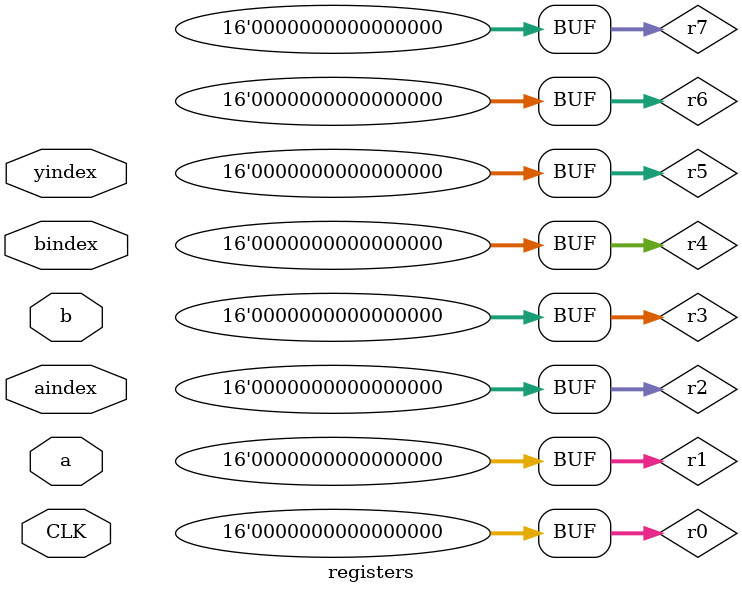
<source format=v>

module registers(
    input wire CLK,

    input wire [15:0] a,
    input wire [15:0] b,

    input wire [2:0] aindex,
    input wire [2:0] bindex,
    input wire [2:0] yindex
  );

  reg [15:0] r0 = 16'b0;
  reg [15:0] r1 = 16'b0;
  reg [15:0] r2 = 16'b0;
  reg [15:0] r3 = 16'b0;
  reg [15:0] r4 = 16'b0;
  reg [15:0] r5 = 16'b0;
  reg [15:0] r6 = 16'b0;
  reg [15:0] r7 = 16'b0;

  always @(*) begin
    case (aindex)



    endcase


  end


endmodule

</source>
